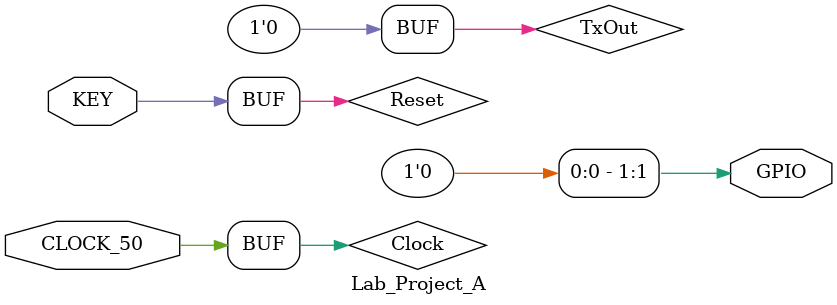
<source format=sv>
module Lab_Project_A(input logic CLOCK_50,input logic [0:0]KEY,output logic [1:0]GPIO);
    logic Clock,Reset,Enable,TxEmpty,XMitGo,TxOut = 0;
    logic [7:0]TxData;
    
    assign Clock    = CLOCK_50;
    assign Reset    = KEY;
    assign GPIO[1]  = TxOut;
	
	 Counter C(Clock,Enable);
    TXDriver TXD(Enable,Reset,TxEmpty,XMitGo,TxData);
endmodule
</source>
